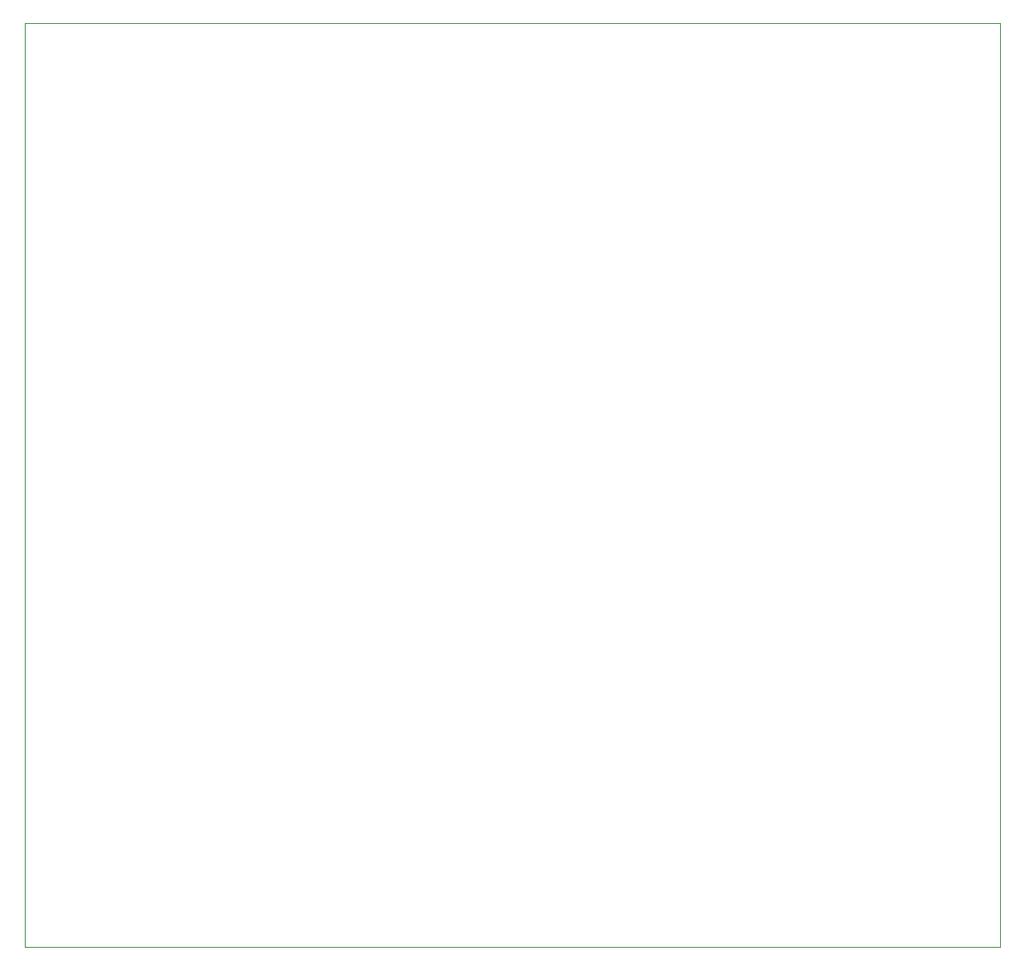
<source format=gbr>
%TF.GenerationSoftware,KiCad,Pcbnew,8.0.0*%
%TF.CreationDate,2024-03-31T15:48:46-03:00*%
%TF.ProjectId,schematic,73636865-6d61-4746-9963-2e6b69636164,rev?*%
%TF.SameCoordinates,Original*%
%TF.FileFunction,Profile,NP*%
%FSLAX46Y46*%
G04 Gerber Fmt 4.6, Leading zero omitted, Abs format (unit mm)*
G04 Created by KiCad (PCBNEW 8.0.0) date 2024-03-31 15:48:46*
%MOMM*%
%LPD*%
G01*
G04 APERTURE LIST*
%TA.AperFunction,Profile*%
%ADD10C,0.050000*%
%TD*%
G04 APERTURE END LIST*
D10*
X44500000Y-54500000D02*
X141000000Y-54500000D01*
X141000000Y-146000000D01*
X44500000Y-146000000D01*
X44500000Y-54500000D01*
M02*

</source>
